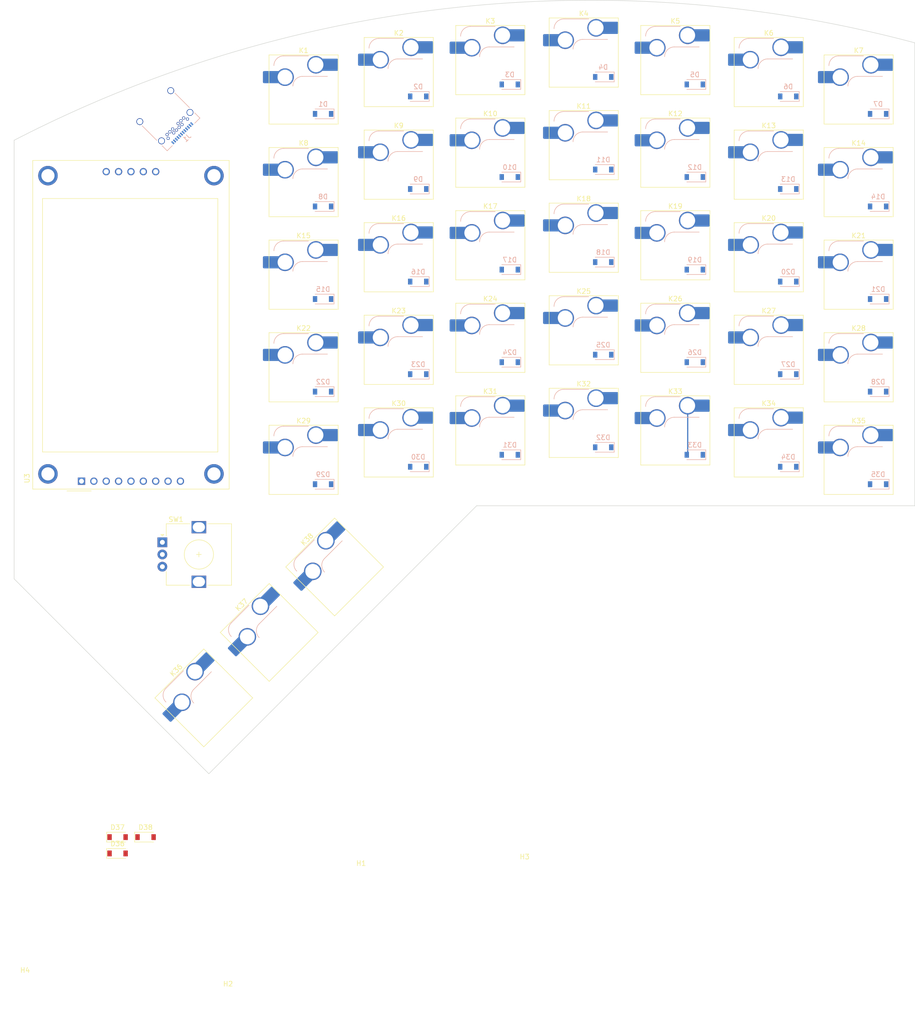
<source format=kicad_pcb>
(kicad_pcb (version 20211014) (generator pcbnew)
  (layers (0 "F.Cu" signal) (31 "B.Cu" signal) (34 "B.Paste" user) (35 "F.Paste" user) (36 "B.SilkS" user "B.Silkscreen") (37 "F.SilkS" user "F.Silkscreen") (38 "B.Mask" user) (39 "F.Mask" user) (44 "Edge.Cuts" user))
  (net 0 "")
  (net 1 "Net-(D1-Pad2)")
  (net 2 "/row0")
  (net 3 "Net-(D2-Pad2)")
  (net 4 "/row1")
  (net 5 "Net-(D3-Pad2)")
  (net 6 "/row2")
  (net 7 "Net-(D4-Pad2)")
  (net 8 "/row3")
  (net 9 "Net-(D5-Pad2)")
  (net 10 "Net-(D6-Pad2)")
  (net 11 "Net-(D7-Pad2)")
  (net 12 "Net-(D8-Pad2)")
  (net 13 "Net-(D9-Pad2)")
  (net 14 "Net-(D10-Pad2)")
  (net 15 "Net-(D11-Pad2)")
  (net 16 "Net-(D12-Pad2)")
  (net 17 "Net-(D13-Pad2)")
  (net 18 "Net-(D14-Pad2)")
  (net 19 "Net-(D15-Pad2)")
  (net 20 "Net-(D16-Pad2)")
  (net 21 "/col0")
  (net 22 "/col1")
  (net 23 "/col2")
  (net 24 "/col3")
  (net 25 "/row4")
  (net 26 "/row5")
  (net 27 "/row6")
  (net 28 "Net-(D17-Pad2)")
  (net 29 "Net-(D18-Pad2)")
  (net 30 "Net-(D19-Pad2)")
  (net 31 "Net-(D20-Pad2)")
  (net 32 "Net-(D21-Pad2)")
  (net 33 "Net-(D22-Pad2)")
  (net 34 "Net-(D23-Pad2)")
  (net 35 "Net-(D24-Pad2)")
  (net 36 "Net-(D25-Pad2)")
  (net 37 "Net-(D26-Pad2)")
  (net 38 "Net-(D27-Pad2)")
  (net 39 "Net-(D28-Pad2)")
  (net 40 "Net-(D29-Pad2)")
  (net 41 "Net-(D30-Pad2)")
  (net 42 "Net-(D31-Pad2)")
  (net 43 "Net-(D32-Pad2)")
  (net 44 "Net-(D33-Pad2)")
  (net 45 "Net-(D34-Pad2)")
  (net 46 "Net-(D35-Pad2)")
  (net 47 "Net-(D36-Pad2)")
  (net 48 "Net-(D37-Pad2)")
  (net 49 "Net-(D38-Pad2)")
  (net 50 "/col4")
  (net 51 "/col5")
  (net 69 "Net-(J1-PadA1)")
  (net 72 "Net-(J1-PadA4)")
  (footprint "MountingHole:MountingHole_2.7mm" (layer "F.Cu") (at 88.94 231.83)
    (fp_text reference "H2")
    (fp_text value "MountingHole")
  )
  (footprint "6:SW_Hotswap_Kailh_MX_plated" (layer "F.Cu") (at 218.46 101.58)
    (fp_text reference "K28")
    (fp_text value "KEYSW")
  )
  (footprint "6:SW_Hotswap_Kailh_MX_plated" (layer "F.Cu") (at 162 56)
    (fp_text reference "K11")
    (fp_text value "KEYSW")
  )
  (footprint "6:SW_Hotswap_Kailh_MX_plated" (layer "F.Cu") (at 180.81 114.54)
    (fp_text reference "K33")
    (fp_text value "KEYSW")
  )
  (footprint "6:SW_Hotswap_Kailh_MX_plated" (layer "F.Cu") (at 200 79)
    (fp_text reference "K20")
    (fp_text value "KEYSW")
  )
  (footprint "6:SW_Hotswap_Kailh_MX_plated" (layer "F.Cu") (at 200 60)
    (fp_text reference "K13")
    (fp_text value "KEYSW")
  )
  (footprint "6:SW_Hotswap_Kailh_MX_plated" (layer "F.Cu") (at 218.46 44.58)
    (fp_text reference "K7")
    (fp_text value "KEYSW")
  )
  (footprint "Diode_SMD:D_SOD-123" (layer "F.Cu") (at 66.25 198)
    (fp_text reference "D37")
    (fp_text value "D")
  )
  (footprint "6:SW_Hotswap_Kailh_MX_plated" (layer "F.Cu") (at 142.81 76.54)
    (fp_text reference "K17")
    (fp_text value "KEYSW")
  )
  (footprint "6:SW_Hotswap_Kailh_MX_plated" (layer "F.Cu") (at 124 79)
    (fp_text reference "K16")
    (fp_text value "KEYSW")
  )
  (footprint "6:SW_Hotswap_Kailh_MX_plated" (layer "F.Cu") (at 97.395265 156 45)
    (fp_text reference "K37")
    (fp_text value "KEYSW")
  )
  (footprint "6:SW_Hotswap_Kailh_MX_plated" (layer "F.Cu") (at 124 41)
    (fp_text reference "K2")
    (fp_text value "KEYSW")
  )
  (footprint "6:SW_Hotswap_Kailh_MX_plated" (layer "F.Cu") (at 110.830294 142.564971 45)
    (fp_text reference "K38")
    (fp_text value "KEYSW")
  )
  (footprint "6:SW_Hotswap_Kailh_MX_plated" (layer "F.Cu") (at 180.81 38.54)
    (fp_text reference "K5")
    (fp_text value "KEYSW")
  )
  (footprint "6:SW_Hotswap_Kailh_MX_plated" (layer "F.Cu") (at 124 60)
    (fp_text reference "K9")
    (fp_text value "KEYSW")
  )
  (footprint "6:SW_Hotswap_Kailh_MX_plated" (layer "F.Cu") (at 162 113)
    (fp_text reference "K32")
    (fp_text value "KEYSW")
  )
  (footprint "Diode_SMD:D_SOD-123" (layer "F.Cu") (at 72 198)
    (fp_text reference "D38")
    (fp_text value "D")
  )
  (footprint "6:SW_Hotswap_Kailh_MX_plated" (layer "F.Cu") (at 104.46 44.58)
    (fp_text reference "K1")
    (fp_text value "KEYSW")
  )
  (footprint "6:SW_Hotswap_Kailh_MX_plated" (layer "F.Cu") (at 180.81 95.54)
    (fp_text reference "K26")
    (fp_text value "KEYSW")
  )
  (footprint "Rotary_Encoder:RotaryEncoder_Alps_EC12E_Vertical_H20mm" (layer "F.Cu") (at 75.45 137.5)
    (fp_text reference "SW1")
    (fp_text value "RotaryEncoder")
  )
  (footprint "6:SW_Hotswap_Kailh_MX_plated" (layer "F.Cu") (at 162 37)
    (fp_text reference "K4")
    (fp_text value "KEYSW")
  )
  (footprint "6:SW_Hotswap_Kailh_MX_plated" (layer "F.Cu") (at 200 117)
    (fp_text reference "K34")
    (fp_text value "KEYSW")
  )
  (footprint "6:SW_Hotswap_Kailh_MX_plated" (layer "F.Cu") (at 124 117)
    (fp_text reference "K30")
    (fp_text value "KEYSW")
  )
  (footprint "6:SW_Hotswap_Kailh_MX_plated" (layer "F.Cu") (at 218.46 63.58)
    (fp_text reference "K14")
    (fp_text value "KEYSW")
  )
  (footprint "Diode_SMD:D_SOD-123" (layer "F.Cu") (at 66.25 201.35)
    (fp_text reference "D36")
    (fp_text value "D")
  )
  (footprint "6:SW_Hotswap_Kailh_MX_plated" (layer "F.Cu") (at 180.81 57.54)
    (fp_text reference "K12")
    (fp_text value "KEYSW")
  )
  (footprint "6:SW_Hotswap_Kailh_MX_plated" (layer "F.Cu") (at 104.46 101.58)
    (fp_text reference "K22")
    (fp_text value "KEYSW")
  )
  (footprint "Display:CR2013-MI2120" (layer "F.Cu") (at 58.84 124.9575 90)
    (fp_text reference "U3")
    (fp_text value "CR2013-MI2120")
  )
  (footprint "6:SW_Hotswap_Kailh_MX_plated" (layer "F.Cu") (at 200 41)
    (fp_text reference "K6")
    (fp_text value "KEYSW")
  )
  (footprint "6:SW_Hotswap_Kailh_MX_plated" (layer "F.Cu") (at 104.46 63.58)
    (fp_text reference "K8")
    (fp_text value "KEYSW")
  )
  (footprint "6:SW_Hotswap_Kailh_MX_plated" (layer "F.Cu") (at 162 75)
    (fp_text reference "K18")
    (fp_text value "KEYSW")
  )
  (footprint "6:SW_Hotswap_Kailh_MX_plated" (layer "F.Cu") (at 104.46 82.58)
    (fp_text reference "K15")
    (fp_text value "KEYSW")
  )
  (footprint "6:SW_Hotswap_Kailh_MX_plated" (layer "F.Cu") (at 218.46 82.58)
    (fp_text reference "K21")
    (fp_text value "KEYSW")
  )
  (footprint "6:SW_Hotswap_Kailh_MX_plated" (layer "F.Cu") (at 180.81 76.54)
    (fp_text reference "K19")
    (fp_text value "KEYSW")
  )
  (footprint "MountingHole:MountingHole_2.7mm" (layer "F.Cu") (at 116.28 207.08)
    (fp_text reference "H1")
    (fp_text value "MountingHole")
  )
  (footprint "MountingHole:MountingHole_2.7mm" (layer "F.Cu") (at 149.86 205.74)
    (fp_text reference "H3")
    (fp_text value "MountingHole")
  )
  (footprint "MountingHole:MountingHole_2.7mm" (layer "F.Cu") (at 47.25 229.02)
    (fp_text reference "H4")
    (fp_text value "MountingHole")
  )
  (footprint "6:SW_Hotswap_Kailh_MX_plated" (layer "F.Cu") (at 162 94)
    (fp_text reference "K25")
    (fp_text value "KEYSW")
  )
  (footprint "6:SW_Hotswap_Kailh_MX_plated" (layer "F.Cu") (at 142.81 57.54)
    (fp_text reference "K10")
    (fp_text value "KEYSW")
  )
  (footprint "6:SW_Hotswap_Kailh_MX_plated" (layer "F.Cu") (at 142.81 114.54)
    (fp_text reference "K31")
    (fp_text value "KEYSW")
  )
  (footprint "6:SW_Hotswap_Kailh_MX_plated" (layer "F.Cu") (at 124 98)
    (fp_text reference "K23")
    (fp_text value "KEYSW")
  )
  (footprint "6:SW_Hotswap_Kailh_MX_plated" (layer "F.Cu") (at 104.46 120.58)
    (fp_text reference "K29")
    (fp_text value "KEYSW")
  )
  (footprint "6:SW_Hotswap_Kailh_MX_plated" (layer "F.Cu") (at 142.81 95.54)
    (fp_text reference "K24")
    (fp_text value "KEYSW")
  )
  (footprint "6:SW_Hotswap_Kailh_MX_plated" (layer "F.Cu") (at 83.960236 169.435028 45)
    (fp_text reference "K36")
    (fp_text value "KEYSW")
  )
  (footprint "6:SW_Hotswap_Kailh_MX_plated" (layer "F.Cu") (at 218.46 120.58)
    (fp_text reference "K35")
    (fp_text value "KEYSW")
  )
  (footprint "6:SW_Hotswap_Kailh_MX_plated" (layer "F.Cu") (at 200 98)
    (fp_text reference "K27")
    (fp_text value "KEYSW")
  )
  (footprint "6:SW_Hotswap_Kailh_MX_plated" (layer "F.Cu") (at 142.81 38.54)
    (fp_text reference "K3")
    (fp_text value "KEYSW")
  )
  (footprint "Diode_SMD:D_SOD-123" (layer "B.Cu") (at 108.46 106.58 180)
    (fp_text reference "D22")
    (fp_text value "D")
  )
  (footprint "Diode_SMD:D_SOD-123" (layer "B.Cu") (at 184.81 81.54 180)
    (fp_text reference "D19")
    (fp_text value "D")
  )
  (footprint "Diode_SMD:D_SOD-123" (layer "B.Cu") (at 128 65 180)
    (fp_text reference "D9")
    (fp_text value "D")
  )
  (footprint "Diode_SMD:D_SOD-123" (layer "B.Cu") (at 204 65 180)
    (fp_text reference "D13")
    (fp_text value "D")
  )
  (footprint "Diode_SMD:D_SOD-123" (layer "B.Cu") (at 146.81 62.54 180)
    (fp_text reference "D10")
    (fp_text value "D")
  )
  (footprint "Diode_SMD:D_SOD-123" (layer "B.Cu") (at 184.81 62.54 180)
    (fp_text reference "D12")
    (fp_text value "D")
  )
  (footprint "Diode_SMD:D_SOD-123" (layer "B.Cu") (at 128 84 180)
    (fp_text reference "D16")
    (fp_text value "D")
  )
  (footprint "Diode_SMD:D_SOD-123" (layer "B.Cu") (at 108.46 87.58 180)
    (fp_text reference "D15")
    (fp_text value "D")
  )
  (footprint "Diode_SMD:D_SOD-123" (layer "B.Cu") (at 166 61 180)
    (fp_text reference "D11")
    (fp_text value "D")
  )
  (footprint "Diode_SMD:D_SOD-123" (layer "B.Cu") (at 128 46 180)
    (fp_text reference "D2")
    (fp_text value "D")
  )
  (footprint "Diode_SMD:D_SOD-123" (layer "B.Cu") (at 222.46 68.58 180)
    (fp_text reference "D14")
    (fp_text value "D")
  )
  (footprint "Diode_SMD:D_SOD-123" (layer "B.Cu") (at 146.81 81.54 180)
    (fp_text reference "D17")
    (fp_text value "D")
  )
  (footprint "Diode_SMD:D_SOD-123" (layer "B.Cu") (at 128 103 180)
    (fp_text reference "D23")
    (fp_text value "D")
  )
  (footprint "Diode_SMD:D_SOD-123" (layer "B.Cu") (at 146.81 43.54 180)
    (fp_text reference "D3")
    (fp_text value "D")
  )
  (footprint "Diode_SMD:D_SOD-123" (layer "B.Cu") (at 204 122 180)
    (fp_text reference "D34")
    (fp_text value "D")
  )
  (footprint "Diode_SMD:D_SOD-123" (layer "B.Cu") (at 128 122 180)
    (fp_text reference "D30")
    (fp_text value "D")
  )
  (footprint "Diode_SMD:D_SOD-123" (layer "B.Cu") (at 166 99 180)
    (fp_text reference "D25")
    (fp_text value "D")
  )
  (footprint "Diode_SMD:D_SOD-123" (layer "B.Cu") (at 222.46 125.58 180)
    (fp_text reference "D35")
    (fp_text value "D")
  )
  (footprint "Diode_SMD:D_SOD-123" (layer "B.Cu") (at 146.81 119.54 180)
    (fp_text reference "D31")
    (fp_text value "D")
  )
  (footprint "Diode_SMD:D_SOD-123" (layer "B.Cu") (at 222.46 87.58 180)
    (fp_text reference "D21")
    (fp_text value "D")
  )
  (footprint "Diode_SMD:D_SOD-123" (layer "B.Cu") (at 184.81 43.54 180)
    (fp_text reference "D5")
    (fp_text value "D")
  )
  (footprint "Diode_SMD:D_SOD-123" (layer "B.Cu") (at 166 80 180)
    (fp_text reference "D18")
    (fp_text value "D")
  )
  (footprint "Diode_SMD:D_SOD-123" (layer "B.Cu") (at 222.46 106.58 180)
    (fp_text reference "D28")
    (fp_text value "D")
  )
  (footprint "Diode_SMD:D_SOD-123" (layer "B.Cu") (at 166 118 180)
    (fp_text reference "D32")
    (fp_text value "D")
  )
  (footprint "Diode_SMD:D_SOD-123" (layer "B.Cu") (at 204 103 180)
    (fp_text reference "D27")
    (fp_text value "D")
  )
  (footprint "Diode_SMD:D_SOD-123" (layer "B.Cu") (at 108.46 125.58 180)
    (fp_text reference "D29")
    (fp_text value "D")
  )
  (footprint "Diode_SMD:D_SOD-123" (layer "B.Cu") (at 222.46 49.58 180)
    (fp_text reference "D7")
    (fp_text value "D")
  )
  (footprint "Diode_SMD:D_SOD-123" (layer "B.Cu") (at 204 46 180)
    (fp_text reference "D6")
    (fp_text value "D")
  )
  (footprint "Diode_SMD:D_SOD-123" (layer "B.Cu") (at 108.46 49.58 180)
    (fp_text reference "D1")
    (fp_text value "D")
  )
  (footprint "Diode_SMD:D_SOD-123" (layer "B.Cu") (at 108.46 68.58 180)
    (fp_text reference "D8")
    (fp_text value "D")
  )
  (footprint "Diode_SMD:D_SOD-123" (layer "B.Cu") (at 204 84 180)
    (fp_text reference "D20")
    (fp_text value "D")
  )
  (footprint "Connector_USB:USB_C_Receptacle_Amphenol_12401548E4-2A_CircularHoles" (layer "B.Cu") (at 76 50 45)
    (fp_text reference "J1")
    (fp_text value "USB_C_Receptacle")
  )
  (footprint "Diode_SMD:D_SOD-123" (layer "B.Cu") (at 184.81 100.54 180)
    (fp_text reference "D26")
    (fp_text value "D")
  )
  (footprint "Diode_SMD:D_SOD-123" (layer "B.Cu") (at 166 42 180)
    (fp_text reference "D4")
    (fp_text value "D")
  )
  (footprint "Diode_SMD:D_SOD-123" (layer "B.Cu") (at 146.81 100.54 180)
    (fp_text reference "D24")
    (fp_text value "D")
  )
  (footprint "Diode_SMD:D_SOD-123" (layer "B.Cu") (at 184.81 119.54 180)
    (fp_text reference "D33")
    (fp_text value "D")
  )
  (gr_line (start 85 185) (end 45 145) (layer "Edge.Cuts") (width 0.1))
  (gr_line (start 45 55) (end 45 130) (layer "Edge.Cuts") (width 0.1))
  (gr_line (start 230 130) (end 140 130) (layer "Edge.Cuts") (width 0.1))
  (gr_line (start 230 35) (end 230 130) (layer "Edge.Cuts") (width 0.1))
  (gr_line (start 140 130) (end 85 185) (layer "Edge.Cuts") (width 0.1))
  (gr_line (start 45 145) (end 45 130) (layer "Edge.Cuts") (width 0.1))
  (gr_arc (start 45 55) (mid 135.635806 27.756199) (end 230 35) (layer "Edge.Cuts") (width 0.1))
  (segment (start 145.35 100.43) (end 145.46 100.54) (width 0.25) (layer "F.Cu") (net 1))
  (segment (start 145.35 62.43) (end 145.46 62.54) (width 0.25) (layer "F.Cu") (net 1))
  (segment (start 183.35 100.43) (end 183.46 100.54) (width 0.25) (layer "F.Cu") (net 1))
  (segment (start 145.35 81.43) (end 145.46 81.54) (width 0.25) (layer "F.Cu") (net 1))
  (segment (start 164.54 60.89) (end 164.65 61) (width 0.25) (layer "F.Cu") (net 1))
  (segment (start 164.54 79.89) (end 164.65 80) (width 0.25) (layer "F.Cu") (net 1))
  (segment (start 164.54 98.89) (end 164.65 99) (width 0.25) (layer "F.Cu") (net 1))
  (segment (start 126.54 64.89) (end 126.65 65) (width 0.25) (layer "F.Cu") (net 1))
  (segment (start 126.54 45.89) (end 126.65 46) (width 0.25) (layer "F.Cu") (net 1))
  (segment (start 202.54 45.89) (end 202.65 46) (width 0.25) (layer "F.Cu") (net 1))
  (segment (start 183.35 62.43) (end 183.46 62.54) (width 0.25) (layer "F.Cu") (net 1))
  (segment (start 202.54 83.89) (end 202.65 84) (width 0.25) (layer "F.Cu") (net 1))
  (segment (start 107 49.47) (end 107.11 49.58) (width 0.25) (layer "F.Cu") (net 1))
  (segment (start 221 125.47) (end 221.11 125.58) (width 0.25) (layer "F.Cu") (net 1))
  (segment (start 145.35 43.43) (end 145.46 43.54) (width 0.25) (layer "F.Cu") (net 1))
  (segment (start 107 125.47) (end 107.11 125.58) (width 0.25) (layer "F.Cu") (net 1))
  (segment (start 221 68.47) (end 221.11 68.58) (width 0.25) (layer "F.Cu") (net 1))
  (segment (start 221 106.47) (end 221.11 106.58) (width 0.25) (layer "F.Cu") (net 1))
  (segment (start 107 87.47) (end 107.11 87.58) (width 0.25) (layer "F.Cu") (net 1))
  (segment (start 126.54 83.89) (end 126.65 84) (width 0.25) (layer "F.Cu") (net 1))
  (segment (start 164.54 41.89) (end 164.65 42) (width 0.25) (layer "F.Cu") (net 1))
  (segment (start 183.35 81.43) (end 183.46 81.54) (width 0.25) (layer "F.Cu") (net 1))
  (segment (start 202.54 102.89) (end 202.65 103) (width 0.25) (layer "F.Cu") (net 1))
  (segment (start 126.54 102.89) (end 126.65 103) (width 0.25) (layer "F.Cu") (net 1))
  (segment (start 202.54 121.89) (end 202.65 122) (width 0.25) (layer "F.Cu") (net 1))
  (segment (start 221 49.47) (end 221.11 49.58) (width 0.25) (layer "F.Cu") (net 1))
  (segment (start 145.35 119.43) (end 145.46 119.54) (width 0.25) (layer "F.Cu") (net 1))
  (segment (start 164.54 117.89) (end 164.65 118) (width 0.25) (layer "F.Cu") (net 1))
  (segment (start 183.35 119.43) (end 183.46 119.54) (width 0.25) (layer "F.Cu") (net 1))
  (segment (start 107 68.47) (end 107.11 68.58) (width 0.25) (layer "F.Cu") (net 1))
  (segment (start 183.35 43.43) (end 183.46 43.54) (width 0.25) (layer "F.Cu") (net 1))
  (segment (start 221 87.47) (end 221.11 87.58) (width 0.25) (layer "F.Cu") (net 1))
  (segment (start 107 106.47) (end 107.11 106.58) (width 0.25) (layer "F.Cu") (net 1))
  (segment (start 202.54 64.89) (end 202.65 65) (width 0.25) (layer "F.Cu") (net 1))
  (segment (start 126.54 121.89) (end 126.65 122) (width 0.25) (layer "F.Cu") (net 1))
  (segment (start 183.35 109.46) (end 183.35 119.35) (width 0.25) (layer "B.Cu") (net 44))
  (segment (start 183.35 119.35) (end 183.16 119.54) (width 0.25) (layer "B.Cu") (net 44))
)
</source>
